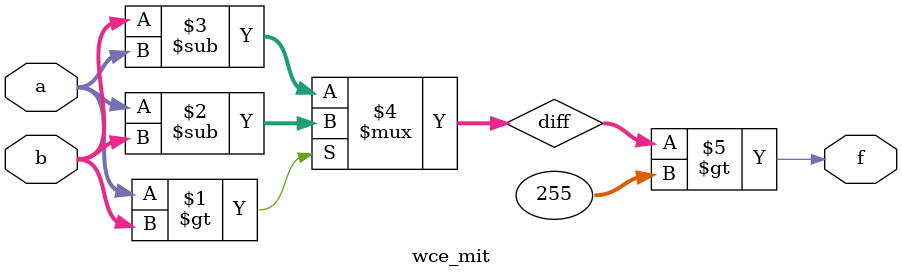
<source format=v>
module wce_mit(a, b, f);
parameter _bit = 32;
parameter wce = 255;
input [_bit - 1: 0] a;
input [_bit - 1: 0] b;
output f;
wire [_bit - 1: 0] diff;
assign diff = (a > b)? (a - b): (b - a);
assign f = (diff > wce);
endmodule

</source>
